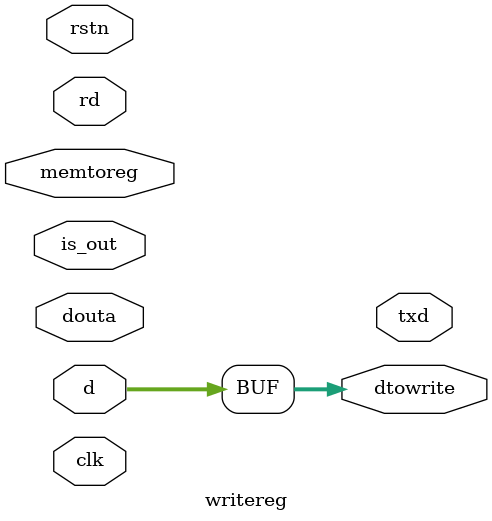
<source format=sv>
`timescale 1ns / 1ps

module writereg #( parameter CLK_PER_HALF_BIT = 434, parameter INST_SIZE = 10, parameter BRAM_SIZE = 18)
	(input wire clk,
	input wire rstn,
	input wire is_out,
	input wire memtoreg,
	input wire [31:0] douta,
	input wire [31:0] d,
	input wire [4:0] rd,
	output wire txd,
	output wire [31:0] dtowrite);

	parameter TX_SIZE = 12;
	logic [8:0] txbuffer[TX_SIZE**2-1:0];

	logic [TX_SIZE-1:0] txbot;
	logic [TX_SIZE-1:0] txtop;
	logic txwait;

	reg 				 tx_start;
	wire 			 tx_busy;


   // uart_tx #(CLK_PER_HALF_BIT) tx(txbuffer[txbot], tx_start, tx_busy, txd, clk, rstn);

	assign dtowrite = d;

	always @(posedge clk) begin
		if(~rstn) begin
			txbot <= 0;
			txtop <= 0;
			txwait <= 0;
		end
		else begin
			// if (is_out) begin
			// 	txbuffer[txtop] <= dtowrite[7:0];
			// 	txtop <= txtop + 1;
			// end

			if(txwait == 1) begin
				tx_start <= 0;
				txbot <= txbot + 1;
				txwait <= 0;
			end
			else begin
				if (~tx_busy && txtop != txbot) begin
					tx_start <= 1;
					txwait <= 1;
				end
			end
		end
	end
				
endmodule
`default_nettype wire

</source>
